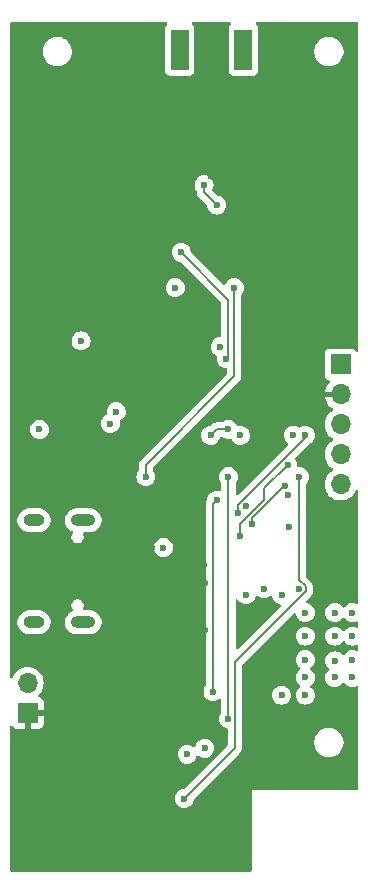
<source format=gbl>
G04 #@! TF.GenerationSoftware,KiCad,Pcbnew,8.0.1*
G04 #@! TF.CreationDate,2025-06-08T13:02:34-04:00*
G04 #@! TF.ProjectId,Topaz,546f7061-7a2e-46b6-9963-61645f706362,rev?*
G04 #@! TF.SameCoordinates,Original*
G04 #@! TF.FileFunction,Copper,L4,Bot*
G04 #@! TF.FilePolarity,Positive*
%FSLAX46Y46*%
G04 Gerber Fmt 4.6, Leading zero omitted, Abs format (unit mm)*
G04 Created by KiCad (PCBNEW 8.0.1) date 2025-06-08 13:02:34*
%MOMM*%
%LPD*%
G01*
G04 APERTURE LIST*
G04 #@! TA.AperFunction,SMDPad,CuDef*
%ADD10R,1.500000X3.500000*%
G04 #@! TD*
G04 #@! TA.AperFunction,ComponentPad*
%ADD11O,1.700000X1.700000*%
G04 #@! TD*
G04 #@! TA.AperFunction,ComponentPad*
%ADD12R,1.700000X1.700000*%
G04 #@! TD*
G04 #@! TA.AperFunction,ComponentPad*
%ADD13O,2.100000X1.000000*%
G04 #@! TD*
G04 #@! TA.AperFunction,ComponentPad*
%ADD14O,1.800000X1.000000*%
G04 #@! TD*
G04 #@! TA.AperFunction,ViaPad*
%ADD15C,0.600000*%
G04 #@! TD*
G04 #@! TA.AperFunction,Conductor*
%ADD16C,0.200000*%
G04 #@! TD*
G04 APERTURE END LIST*
D10*
X174266373Y-38837975D03*
X168866373Y-38837975D03*
D11*
X182500000Y-75660000D03*
X182500000Y-73120000D03*
X182500000Y-70580000D03*
X182500000Y-68040000D03*
D12*
X182500000Y-65500000D03*
D13*
X160713452Y-78679646D03*
D14*
X156533452Y-78679646D03*
D13*
X160713452Y-87319646D03*
D14*
X156533452Y-87319646D03*
D12*
X156000000Y-95000000D03*
D11*
X156000000Y-92460000D03*
D15*
X165500000Y-79000000D03*
X165500000Y-77500000D03*
X164000000Y-76500000D03*
X162000000Y-75000000D03*
X160500000Y-73500000D03*
X159500000Y-72500000D03*
X168000000Y-82500000D03*
X167000000Y-84000000D03*
X165500000Y-84000000D03*
X168500000Y-86500000D03*
X169000000Y-87500000D03*
X174000000Y-88000000D03*
X160000000Y-98500000D03*
X165000000Y-103500000D03*
X161500000Y-101000000D03*
X163000000Y-107000000D03*
X161500000Y-106500000D03*
X160500000Y-105500000D03*
X164000000Y-101500000D03*
X170500000Y-95500000D03*
X174500000Y-95000000D03*
X174500000Y-97500000D03*
X163000000Y-62500000D03*
X163500000Y-61000000D03*
X164500000Y-59500000D03*
X166000000Y-58500000D03*
X183500000Y-94500000D03*
X181500000Y-94500000D03*
X175000000Y-93500000D03*
X169500000Y-94000000D03*
X166507222Y-93996773D03*
X164132327Y-93996773D03*
X161500000Y-94000000D03*
X167500000Y-91000000D03*
X166072790Y-91042636D03*
X164000000Y-91000000D03*
X162061535Y-91201928D03*
X160000000Y-90000000D03*
X158500000Y-90000000D03*
X157500000Y-90000000D03*
X174500000Y-101000000D03*
X174000000Y-103500000D03*
X156000000Y-106000000D03*
X156000000Y-103500000D03*
X182500000Y-78500000D03*
X173500000Y-56500000D03*
X174500000Y-53000000D03*
X170000000Y-46000000D03*
X173000000Y-45500000D03*
X174500000Y-45000000D03*
X170000000Y-43000000D03*
X173000000Y-44500000D03*
X173000000Y-43000000D03*
X169500000Y-51000000D03*
X174500000Y-56500000D03*
X174000000Y-55000000D03*
X174000000Y-51500000D03*
X165000000Y-70000000D03*
X165000000Y-68500000D03*
X165000000Y-71500000D03*
X165000000Y-73000000D03*
X165000000Y-67000000D03*
X158500000Y-76500000D03*
X157000000Y-76500000D03*
X160000000Y-76500000D03*
X161500000Y-76500000D03*
X155500000Y-76500000D03*
X162500000Y-96500000D03*
X161000000Y-96500000D03*
X164000000Y-96500000D03*
X165500000Y-96500000D03*
X159500000Y-96500000D03*
X179500000Y-100500000D03*
X178000000Y-100500000D03*
X181000000Y-100500000D03*
X182500000Y-100500000D03*
X176500000Y-100500000D03*
X163500000Y-52500000D03*
X163500000Y-51000000D03*
X163500000Y-54000000D03*
X163500000Y-55500000D03*
X163500000Y-49500000D03*
X163500000Y-42500000D03*
X163500000Y-41000000D03*
X163500000Y-44000000D03*
X163500000Y-45500000D03*
X163500000Y-39500000D03*
X177500000Y-43000000D03*
X177500000Y-41500000D03*
X177500000Y-44500000D03*
X177500000Y-46000000D03*
X177500000Y-40000000D03*
X178500000Y-62000000D03*
X178500000Y-60500000D03*
X178500000Y-63500000D03*
X178500000Y-65000000D03*
X178500000Y-59000000D03*
X177500000Y-53500000D03*
X177500000Y-52000000D03*
X177500000Y-55000000D03*
X177500000Y-56500000D03*
X177500000Y-50500000D03*
X167500000Y-51000000D03*
X167500000Y-49500000D03*
X167500000Y-52500000D03*
X167500000Y-54000000D03*
X167500000Y-48000000D03*
X155500000Y-61000000D03*
X155500000Y-59500000D03*
X155500000Y-62500000D03*
X155500000Y-64000000D03*
X155500000Y-58000000D03*
X155500000Y-53000000D03*
X155500000Y-51500000D03*
X155500000Y-54500000D03*
X155500000Y-56000000D03*
X155500000Y-50000000D03*
X155500000Y-45000000D03*
X155500000Y-43500000D03*
X155500000Y-46500000D03*
X155500000Y-48000000D03*
X155500000Y-42000000D03*
X182500000Y-60000000D03*
X182500000Y-58500000D03*
X182500000Y-61500000D03*
X182500000Y-63000000D03*
X182500000Y-57000000D03*
X182500000Y-53000000D03*
X182500000Y-51500000D03*
X182500000Y-54500000D03*
X182500000Y-56000000D03*
X182500000Y-50000000D03*
X182500000Y-48500000D03*
X182500000Y-47000000D03*
X182500000Y-45500000D03*
X182500000Y-44000000D03*
X182500000Y-42500000D03*
X164000000Y-83500000D03*
X164500000Y-90000000D03*
X163000000Y-86500000D03*
X174000000Y-106000000D03*
X171500000Y-106000000D03*
X169500000Y-98500000D03*
X171000000Y-98000000D03*
X171000000Y-102000000D03*
X169250000Y-102250000D03*
X179000000Y-75000000D03*
X173000000Y-75000000D03*
X173000000Y-95500000D03*
X172000000Y-77000000D03*
X171693480Y-93193480D03*
X156500000Y-100500000D03*
X156000000Y-99000000D03*
X159000000Y-94500000D03*
X183500000Y-88500000D03*
X178500000Y-71500000D03*
X172312500Y-64000000D03*
X179000000Y-84500000D03*
X179500000Y-92000000D03*
X177500000Y-93500000D03*
X157000000Y-71000000D03*
X179500000Y-93500000D03*
X177500000Y-85000000D03*
X178068202Y-76541970D03*
X183500000Y-86500000D03*
X179500000Y-86500000D03*
X179500000Y-90500000D03*
X178089579Y-79265980D03*
X182000000Y-86500000D03*
X174003643Y-71503643D03*
X183500000Y-90500000D03*
X167500000Y-81000000D03*
X176000000Y-84500000D03*
X182000000Y-88500000D03*
X163000000Y-70500000D03*
X181988821Y-90597449D03*
X179500000Y-88500000D03*
X174500000Y-85000000D03*
X182000000Y-92000000D03*
X183500000Y-92000000D03*
X163500000Y-69500000D03*
X168500000Y-59000000D03*
X160520000Y-63500000D03*
X169500000Y-52500000D03*
X159500000Y-62000000D03*
X171000000Y-88000000D03*
X169500000Y-42000000D03*
X180500000Y-79500000D03*
X175000000Y-87000000D03*
X168000000Y-57000000D03*
X174500000Y-77500000D03*
X180000000Y-77500000D03*
X182000000Y-81500000D03*
X166500000Y-81000000D03*
X169500000Y-45000000D03*
X169500000Y-53500000D03*
X165000000Y-65500000D03*
X174000000Y-86000000D03*
X169000000Y-46500000D03*
X173500000Y-53500000D03*
X173000000Y-58000000D03*
X174500000Y-46500000D03*
X170500000Y-67000000D03*
X168000000Y-42000000D03*
X175000000Y-42000000D03*
X162500000Y-64500000D03*
X168500000Y-63000000D03*
X167000000Y-61500000D03*
X171500000Y-49500000D03*
X173672873Y-69940718D03*
X166500000Y-60000000D03*
X180000000Y-81500000D03*
X162000000Y-67000000D03*
X163000000Y-68500000D03*
X171000000Y-84000000D03*
X163750000Y-79250000D03*
X168000000Y-58000000D03*
X168500000Y-67000000D03*
X170894400Y-82514873D03*
X164500000Y-89000000D03*
X172000000Y-52000000D03*
X170932096Y-50276849D03*
X177755054Y-75755054D03*
X175000000Y-79000000D03*
X173815127Y-78064625D03*
X179500000Y-71500000D03*
X178000000Y-74000000D03*
X174000000Y-80000000D03*
X172812500Y-65009469D03*
X169000000Y-56000000D03*
X171500000Y-71500000D03*
X173000000Y-71000000D03*
X173500000Y-59000000D03*
X166000000Y-75000000D03*
D16*
X173815127Y-77391980D02*
X179500000Y-71707107D01*
X173815127Y-78064625D02*
X173815127Y-77391980D01*
X179500000Y-71707107D02*
X179500000Y-71500000D01*
X171693480Y-77306520D02*
X171693480Y-93193480D01*
X172000000Y-77000000D02*
X171693480Y-77306520D01*
X179527000Y-84281709D02*
X179000000Y-83754709D01*
X173527000Y-97973000D02*
X173527000Y-90718291D01*
X169250000Y-102250000D02*
X173527000Y-97973000D01*
X179000000Y-83754709D02*
X179000000Y-75000000D01*
X173527000Y-90718291D02*
X179527000Y-84718291D01*
X179527000Y-84718291D02*
X179527000Y-84281709D01*
X173000000Y-95500000D02*
X173000000Y-75000000D01*
X175000000Y-78500000D02*
X175000000Y-79000000D01*
X177744946Y-75755054D02*
X175000000Y-78500000D01*
X177755054Y-75755054D02*
X177744946Y-75755054D01*
X170932096Y-50932096D02*
X170932096Y-50276849D01*
X172000000Y-52000000D02*
X170932096Y-50932096D01*
X176000000Y-76000000D02*
X176000000Y-77001716D01*
X178000000Y-74000000D02*
X176000000Y-76000000D01*
X175352696Y-77647304D02*
X174000000Y-79000000D01*
X176000000Y-77001716D02*
X175354412Y-77647304D01*
X174000000Y-79000000D02*
X174000000Y-80000000D01*
X175354412Y-77647304D02*
X175352696Y-77647304D01*
X172812500Y-65009469D02*
X173000000Y-64821969D01*
X173000000Y-64821969D02*
X173000000Y-60000000D01*
X173000000Y-60000000D02*
X169000000Y-56000000D01*
X173000000Y-71000000D02*
X172000000Y-71000000D01*
X172000000Y-71000000D02*
X171500000Y-71500000D01*
X166000000Y-74000000D02*
X166000000Y-75000000D01*
X173500000Y-66500000D02*
X166000000Y-74000000D01*
X173500000Y-59000000D02*
X173500000Y-66500000D01*
G04 #@! TA.AperFunction,Conductor*
G36*
X175449466Y-85096678D02*
G01*
X175492667Y-85124745D01*
X175497738Y-85129816D01*
X175650478Y-85225789D01*
X175820745Y-85285368D01*
X175820750Y-85285369D01*
X175999996Y-85305565D01*
X176000000Y-85305565D01*
X176000004Y-85305565D01*
X176179249Y-85285369D01*
X176179252Y-85285368D01*
X176179255Y-85285368D01*
X176349522Y-85225789D01*
X176502262Y-85129816D01*
X176507331Y-85124746D01*
X176568649Y-85091261D01*
X176638341Y-85096242D01*
X176694276Y-85138111D01*
X176710573Y-85173297D01*
X176712332Y-85172682D01*
X176774211Y-85349523D01*
X176870173Y-85502245D01*
X176870184Y-85502262D01*
X176997738Y-85629816D01*
X177032929Y-85651928D01*
X177132721Y-85714632D01*
X177150478Y-85725789D01*
X177320745Y-85785368D01*
X177325451Y-85785898D01*
X177389866Y-85812962D01*
X177429424Y-85870555D01*
X177431565Y-85940392D01*
X177399254Y-85996800D01*
X173812181Y-89583874D01*
X173750858Y-89617359D01*
X173681166Y-89612375D01*
X173625233Y-89570503D01*
X173600816Y-89505039D01*
X173600500Y-89496193D01*
X173600500Y-85503476D01*
X173620185Y-85436437D01*
X173672989Y-85390682D01*
X173742147Y-85380738D01*
X173805703Y-85409763D01*
X173829493Y-85437503D01*
X173870184Y-85502262D01*
X173997738Y-85629816D01*
X174032929Y-85651928D01*
X174132721Y-85714632D01*
X174150478Y-85725789D01*
X174320742Y-85785367D01*
X174320745Y-85785368D01*
X174320750Y-85785369D01*
X174499996Y-85805565D01*
X174500000Y-85805565D01*
X174500004Y-85805565D01*
X174679249Y-85785369D01*
X174679252Y-85785368D01*
X174679255Y-85785368D01*
X174849522Y-85725789D01*
X175002262Y-85629816D01*
X175129816Y-85502262D01*
X175225789Y-85349522D01*
X175285368Y-85179255D01*
X175285368Y-85179254D01*
X175287668Y-85172682D01*
X175290370Y-85173627D01*
X175318176Y-85123882D01*
X175379827Y-85091005D01*
X175449466Y-85096678D01*
G37*
G04 #@! TD.AperFunction*
G04 #@! TA.AperFunction,Conductor*
G36*
X167760455Y-36520185D02*
G01*
X167806210Y-36572989D01*
X167816154Y-36642147D01*
X167787129Y-36705703D01*
X167767728Y-36723766D01*
X167758825Y-36730430D01*
X167672579Y-36845639D01*
X167672575Y-36845646D01*
X167622281Y-36980492D01*
X167615874Y-37040091D01*
X167615874Y-37040098D01*
X167615873Y-37040110D01*
X167615873Y-40635845D01*
X167615874Y-40635851D01*
X167622281Y-40695458D01*
X167672575Y-40830303D01*
X167672579Y-40830310D01*
X167758825Y-40945519D01*
X167758828Y-40945522D01*
X167874037Y-41031768D01*
X167874044Y-41031772D01*
X168008890Y-41082066D01*
X168008889Y-41082066D01*
X168015817Y-41082810D01*
X168068500Y-41088475D01*
X169664245Y-41088474D01*
X169723856Y-41082066D01*
X169858704Y-41031771D01*
X169973919Y-40945521D01*
X170060169Y-40830306D01*
X170110464Y-40695458D01*
X170116873Y-40635848D01*
X170116872Y-37040103D01*
X170110464Y-36980492D01*
X170060169Y-36845644D01*
X170060168Y-36845643D01*
X170060166Y-36845639D01*
X169973920Y-36730430D01*
X169965018Y-36723766D01*
X169923148Y-36667832D01*
X169918164Y-36598140D01*
X169951650Y-36536818D01*
X170012973Y-36503333D01*
X170039330Y-36500500D01*
X173093416Y-36500500D01*
X173160455Y-36520185D01*
X173206210Y-36572989D01*
X173216154Y-36642147D01*
X173187129Y-36705703D01*
X173167728Y-36723766D01*
X173158825Y-36730430D01*
X173072579Y-36845639D01*
X173072575Y-36845646D01*
X173022281Y-36980492D01*
X173015874Y-37040091D01*
X173015874Y-37040098D01*
X173015873Y-37040110D01*
X173015873Y-40635845D01*
X173015874Y-40635851D01*
X173022281Y-40695458D01*
X173072575Y-40830303D01*
X173072579Y-40830310D01*
X173158825Y-40945519D01*
X173158828Y-40945522D01*
X173274037Y-41031768D01*
X173274044Y-41031772D01*
X173408890Y-41082066D01*
X173408889Y-41082066D01*
X173415817Y-41082810D01*
X173468500Y-41088475D01*
X175064245Y-41088474D01*
X175123856Y-41082066D01*
X175258704Y-41031771D01*
X175373919Y-40945521D01*
X175460169Y-40830306D01*
X175510464Y-40695458D01*
X175516873Y-40635848D01*
X175516873Y-39097634D01*
X180259500Y-39097634D01*
X180290045Y-39290485D01*
X180350381Y-39476184D01*
X180350382Y-39476187D01*
X180439031Y-39650167D01*
X180553793Y-39808125D01*
X180553797Y-39808130D01*
X180691869Y-39946202D01*
X180691874Y-39946206D01*
X180829653Y-40046307D01*
X180849836Y-40060971D01*
X180963565Y-40118919D01*
X181023812Y-40149617D01*
X181023815Y-40149618D01*
X181116664Y-40179786D01*
X181209516Y-40209955D01*
X181298835Y-40224101D01*
X181402366Y-40240500D01*
X181402371Y-40240500D01*
X181597634Y-40240500D01*
X181691125Y-40225691D01*
X181790484Y-40209955D01*
X181976187Y-40149617D01*
X182150164Y-40060971D01*
X182308132Y-39946201D01*
X182446201Y-39808132D01*
X182560971Y-39650164D01*
X182649617Y-39476187D01*
X182709955Y-39290484D01*
X182725691Y-39191125D01*
X182740500Y-39097634D01*
X182740500Y-38902365D01*
X182722730Y-38790174D01*
X182709955Y-38709516D01*
X182649617Y-38523813D01*
X182649617Y-38523812D01*
X182618919Y-38463565D01*
X182560971Y-38349836D01*
X182546307Y-38329653D01*
X182446206Y-38191874D01*
X182446202Y-38191869D01*
X182308130Y-38053797D01*
X182308125Y-38053793D01*
X182150167Y-37939031D01*
X182150166Y-37939030D01*
X182150164Y-37939029D01*
X182094426Y-37910629D01*
X181976187Y-37850382D01*
X181976184Y-37850381D01*
X181790485Y-37790045D01*
X181597634Y-37759500D01*
X181597629Y-37759500D01*
X181402371Y-37759500D01*
X181402366Y-37759500D01*
X181209514Y-37790045D01*
X181023815Y-37850381D01*
X181023812Y-37850382D01*
X180849832Y-37939031D01*
X180691874Y-38053793D01*
X180691869Y-38053797D01*
X180553797Y-38191869D01*
X180553793Y-38191874D01*
X180439031Y-38349832D01*
X180350382Y-38523812D01*
X180350381Y-38523815D01*
X180290045Y-38709514D01*
X180259500Y-38902365D01*
X180259500Y-39097634D01*
X175516873Y-39097634D01*
X175516872Y-37040103D01*
X175510464Y-36980492D01*
X175460169Y-36845644D01*
X175460168Y-36845643D01*
X175460166Y-36845639D01*
X175373920Y-36730430D01*
X175365018Y-36723766D01*
X175323148Y-36667832D01*
X175318164Y-36598140D01*
X175351650Y-36536818D01*
X175412973Y-36503333D01*
X175439330Y-36500500D01*
X183875500Y-36500500D01*
X183942539Y-36520185D01*
X183988294Y-36572989D01*
X183999500Y-36624500D01*
X183999500Y-64309897D01*
X183979815Y-64376936D01*
X183927011Y-64422691D01*
X183857853Y-64432635D01*
X183794297Y-64403610D01*
X183776234Y-64384208D01*
X183707547Y-64292455D01*
X183707544Y-64292452D01*
X183592335Y-64206206D01*
X183592328Y-64206202D01*
X183457482Y-64155908D01*
X183457483Y-64155908D01*
X183397883Y-64149501D01*
X183397881Y-64149500D01*
X183397873Y-64149500D01*
X183397864Y-64149500D01*
X181602129Y-64149500D01*
X181602123Y-64149501D01*
X181542516Y-64155908D01*
X181407671Y-64206202D01*
X181407664Y-64206206D01*
X181292455Y-64292452D01*
X181292452Y-64292455D01*
X181206206Y-64407664D01*
X181206202Y-64407671D01*
X181155908Y-64542517D01*
X181149501Y-64602116D01*
X181149500Y-64602135D01*
X181149500Y-66397870D01*
X181149501Y-66397876D01*
X181155908Y-66457483D01*
X181206202Y-66592328D01*
X181206206Y-66592335D01*
X181292452Y-66707544D01*
X181292455Y-66707547D01*
X181407664Y-66793793D01*
X181407671Y-66793797D01*
X181407674Y-66793798D01*
X181539598Y-66843002D01*
X181595531Y-66884873D01*
X181619949Y-66950337D01*
X181605098Y-67018610D01*
X181583947Y-67046865D01*
X181461886Y-67168926D01*
X181326400Y-67362420D01*
X181326399Y-67362422D01*
X181226570Y-67576507D01*
X181226567Y-67576513D01*
X181169364Y-67789999D01*
X181169364Y-67790000D01*
X182066988Y-67790000D01*
X182034075Y-67847007D01*
X182000000Y-67974174D01*
X182000000Y-68105826D01*
X182034075Y-68232993D01*
X182066988Y-68290000D01*
X181169364Y-68290000D01*
X181226567Y-68503486D01*
X181226570Y-68503492D01*
X181326399Y-68717578D01*
X181461894Y-68911082D01*
X181628917Y-69078105D01*
X181814595Y-69208119D01*
X181858219Y-69262696D01*
X181865412Y-69332195D01*
X181833890Y-69394549D01*
X181814595Y-69411269D01*
X181628594Y-69541508D01*
X181461505Y-69708597D01*
X181325965Y-69902169D01*
X181325964Y-69902171D01*
X181226098Y-70116335D01*
X181226094Y-70116344D01*
X181164938Y-70344586D01*
X181164936Y-70344596D01*
X181144341Y-70579999D01*
X181144341Y-70580000D01*
X181164936Y-70815403D01*
X181164938Y-70815413D01*
X181226094Y-71043655D01*
X181226096Y-71043659D01*
X181226097Y-71043663D01*
X181266271Y-71129816D01*
X181325965Y-71257830D01*
X181325967Y-71257834D01*
X181461501Y-71451395D01*
X181461506Y-71451402D01*
X181628597Y-71618493D01*
X181628603Y-71618498D01*
X181814158Y-71748425D01*
X181857783Y-71803002D01*
X181864977Y-71872500D01*
X181833454Y-71934855D01*
X181814158Y-71951575D01*
X181628597Y-72081505D01*
X181461505Y-72248597D01*
X181325965Y-72442169D01*
X181325964Y-72442171D01*
X181226098Y-72656335D01*
X181226094Y-72656344D01*
X181164938Y-72884586D01*
X181164936Y-72884596D01*
X181144341Y-73119999D01*
X181144341Y-73120000D01*
X181164936Y-73355403D01*
X181164938Y-73355413D01*
X181226094Y-73583655D01*
X181226096Y-73583659D01*
X181226097Y-73583663D01*
X181312153Y-73768210D01*
X181325965Y-73797830D01*
X181325967Y-73797834D01*
X181461501Y-73991395D01*
X181461506Y-73991402D01*
X181628597Y-74158493D01*
X181628603Y-74158498D01*
X181814158Y-74288425D01*
X181857783Y-74343002D01*
X181864977Y-74412500D01*
X181833454Y-74474855D01*
X181814158Y-74491575D01*
X181628597Y-74621505D01*
X181461505Y-74788597D01*
X181325965Y-74982169D01*
X181325964Y-74982171D01*
X181226098Y-75196335D01*
X181226094Y-75196344D01*
X181164938Y-75424586D01*
X181164936Y-75424596D01*
X181144341Y-75659999D01*
X181144341Y-75660000D01*
X181164936Y-75895403D01*
X181164938Y-75895413D01*
X181226094Y-76123655D01*
X181226096Y-76123659D01*
X181226097Y-76123663D01*
X181268517Y-76214632D01*
X181325965Y-76337830D01*
X181325967Y-76337834D01*
X181410115Y-76458009D01*
X181461505Y-76531401D01*
X181628599Y-76698495D01*
X181706413Y-76752981D01*
X181822165Y-76834032D01*
X181822167Y-76834033D01*
X181822170Y-76834035D01*
X182036337Y-76933903D01*
X182036343Y-76933904D01*
X182036344Y-76933905D01*
X182091285Y-76948626D01*
X182264592Y-76995063D01*
X182452918Y-77011539D01*
X182499999Y-77015659D01*
X182500000Y-77015659D01*
X182500001Y-77015659D01*
X182539234Y-77012226D01*
X182735408Y-76995063D01*
X182963663Y-76933903D01*
X183177830Y-76834035D01*
X183371401Y-76698495D01*
X183538495Y-76531401D01*
X183674035Y-76337830D01*
X183763118Y-76146790D01*
X183809290Y-76094352D01*
X183876484Y-76075200D01*
X183943365Y-76095416D01*
X183988700Y-76148581D01*
X183999500Y-76199196D01*
X183999500Y-85651928D01*
X183979815Y-85718967D01*
X183927011Y-85764722D01*
X183857853Y-85774666D01*
X183834546Y-85768970D01*
X183679257Y-85714632D01*
X183679249Y-85714630D01*
X183500004Y-85694435D01*
X183499996Y-85694435D01*
X183320750Y-85714630D01*
X183320745Y-85714631D01*
X183150476Y-85774211D01*
X182997737Y-85870184D01*
X182870184Y-85997737D01*
X182854994Y-86021913D01*
X182802659Y-86068204D01*
X182733605Y-86078852D01*
X182669757Y-86050477D01*
X182645006Y-86021913D01*
X182629815Y-85997737D01*
X182502262Y-85870184D01*
X182349523Y-85774211D01*
X182179254Y-85714631D01*
X182179249Y-85714630D01*
X182000004Y-85694435D01*
X181999996Y-85694435D01*
X181820750Y-85714630D01*
X181820745Y-85714631D01*
X181650476Y-85774211D01*
X181497737Y-85870184D01*
X181370184Y-85997737D01*
X181274211Y-86150476D01*
X181214631Y-86320745D01*
X181214630Y-86320750D01*
X181194435Y-86499996D01*
X181194435Y-86500003D01*
X181214630Y-86679249D01*
X181214631Y-86679254D01*
X181274211Y-86849523D01*
X181354994Y-86978087D01*
X181370184Y-87002262D01*
X181497738Y-87129816D01*
X181588080Y-87186582D01*
X181643018Y-87221102D01*
X181650478Y-87225789D01*
X181820739Y-87285366D01*
X181820745Y-87285368D01*
X181820750Y-87285369D01*
X181999996Y-87305565D01*
X182000000Y-87305565D01*
X182000004Y-87305565D01*
X182179249Y-87285369D01*
X182179252Y-87285368D01*
X182179255Y-87285368D01*
X182349522Y-87225789D01*
X182502262Y-87129816D01*
X182629816Y-87002262D01*
X182645007Y-86978084D01*
X182697339Y-86931796D01*
X182766393Y-86921146D01*
X182830242Y-86949521D01*
X182854990Y-86978082D01*
X182870184Y-87002262D01*
X182997738Y-87129816D01*
X183088080Y-87186582D01*
X183143018Y-87221102D01*
X183150478Y-87225789D01*
X183320739Y-87285366D01*
X183320745Y-87285368D01*
X183320750Y-87285369D01*
X183499996Y-87305565D01*
X183500000Y-87305565D01*
X183500004Y-87305565D01*
X183679249Y-87285369D01*
X183679251Y-87285368D01*
X183679255Y-87285368D01*
X183679258Y-87285366D01*
X183679262Y-87285366D01*
X183834545Y-87231030D01*
X183904324Y-87227468D01*
X183964951Y-87262196D01*
X183997179Y-87324190D01*
X183999500Y-87348071D01*
X183999500Y-87651928D01*
X183979815Y-87718967D01*
X183927011Y-87764722D01*
X183857853Y-87774666D01*
X183834546Y-87768970D01*
X183679257Y-87714632D01*
X183679249Y-87714630D01*
X183500004Y-87694435D01*
X183499996Y-87694435D01*
X183320750Y-87714630D01*
X183320745Y-87714631D01*
X183150476Y-87774211D01*
X182997737Y-87870184D01*
X182870184Y-87997737D01*
X182854994Y-88021913D01*
X182802659Y-88068204D01*
X182733605Y-88078852D01*
X182669757Y-88050477D01*
X182645006Y-88021913D01*
X182629815Y-87997737D01*
X182502262Y-87870184D01*
X182349523Y-87774211D01*
X182179254Y-87714631D01*
X182179249Y-87714630D01*
X182000004Y-87694435D01*
X181999996Y-87694435D01*
X181820750Y-87714630D01*
X181820745Y-87714631D01*
X181650476Y-87774211D01*
X181497737Y-87870184D01*
X181370184Y-87997737D01*
X181274211Y-88150476D01*
X181214631Y-88320747D01*
X181194435Y-88499996D01*
X181194435Y-88500003D01*
X181214630Y-88679249D01*
X181214631Y-88679254D01*
X181274211Y-88849523D01*
X181354994Y-88978087D01*
X181370184Y-89002262D01*
X181497738Y-89129816D01*
X181650478Y-89225789D01*
X181820739Y-89285366D01*
X181820745Y-89285368D01*
X181820750Y-89285369D01*
X181999996Y-89305565D01*
X182000000Y-89305565D01*
X182000004Y-89305565D01*
X182179249Y-89285369D01*
X182179252Y-89285368D01*
X182179255Y-89285368D01*
X182349522Y-89225789D01*
X182502262Y-89129816D01*
X182629816Y-89002262D01*
X182645007Y-88978084D01*
X182697339Y-88931796D01*
X182766393Y-88921146D01*
X182830242Y-88949521D01*
X182854990Y-88978082D01*
X182870184Y-89002262D01*
X182997738Y-89129816D01*
X183150478Y-89225789D01*
X183320739Y-89285366D01*
X183320745Y-89285368D01*
X183320750Y-89285369D01*
X183499996Y-89305565D01*
X183500000Y-89305565D01*
X183500004Y-89305565D01*
X183679249Y-89285369D01*
X183679251Y-89285368D01*
X183679255Y-89285368D01*
X183679258Y-89285366D01*
X183679262Y-89285366D01*
X183834545Y-89231030D01*
X183904324Y-89227468D01*
X183964951Y-89262196D01*
X183997179Y-89324190D01*
X183999500Y-89348071D01*
X183999500Y-89651928D01*
X183979815Y-89718967D01*
X183927011Y-89764722D01*
X183857853Y-89774666D01*
X183834546Y-89768970D01*
X183679257Y-89714632D01*
X183679249Y-89714630D01*
X183500004Y-89694435D01*
X183499996Y-89694435D01*
X183320750Y-89714630D01*
X183320745Y-89714631D01*
X183150476Y-89774211D01*
X182997737Y-89870184D01*
X182870184Y-89997737D01*
X182870182Y-89997740D01*
X182818060Y-90080691D01*
X182765725Y-90126982D01*
X182696672Y-90137629D01*
X182632824Y-90109254D01*
X182623761Y-90099910D01*
X182623561Y-90100111D01*
X182491083Y-89967633D01*
X182338344Y-89871660D01*
X182168075Y-89812080D01*
X182168070Y-89812079D01*
X181988825Y-89791884D01*
X181988817Y-89791884D01*
X181809571Y-89812079D01*
X181809566Y-89812080D01*
X181639297Y-89871660D01*
X181486558Y-89967633D01*
X181359005Y-90095186D01*
X181263032Y-90247925D01*
X181203452Y-90418194D01*
X181203451Y-90418199D01*
X181183256Y-90597445D01*
X181183256Y-90597452D01*
X181203451Y-90776698D01*
X181203452Y-90776703D01*
X181263032Y-90946972D01*
X181359005Y-91099711D01*
X181475927Y-91216633D01*
X181509412Y-91277956D01*
X181504428Y-91347648D01*
X181475927Y-91391995D01*
X181370184Y-91497737D01*
X181274211Y-91650476D01*
X181214631Y-91820745D01*
X181214630Y-91820750D01*
X181194435Y-91999996D01*
X181194435Y-92000003D01*
X181214630Y-92179249D01*
X181214631Y-92179254D01*
X181274211Y-92349523D01*
X181343628Y-92459999D01*
X181370184Y-92502262D01*
X181497738Y-92629816D01*
X181521913Y-92645006D01*
X181632721Y-92714632D01*
X181650478Y-92725789D01*
X181788860Y-92774211D01*
X181820745Y-92785368D01*
X181820750Y-92785369D01*
X181999996Y-92805565D01*
X182000000Y-92805565D01*
X182000004Y-92805565D01*
X182179249Y-92785369D01*
X182179252Y-92785368D01*
X182179255Y-92785368D01*
X182349522Y-92725789D01*
X182502262Y-92629816D01*
X182629816Y-92502262D01*
X182645007Y-92478084D01*
X182697339Y-92431796D01*
X182766393Y-92421146D01*
X182830242Y-92449521D01*
X182854990Y-92478082D01*
X182870184Y-92502262D01*
X182997738Y-92629816D01*
X183021913Y-92645006D01*
X183132721Y-92714632D01*
X183150478Y-92725789D01*
X183288860Y-92774211D01*
X183320745Y-92785368D01*
X183320750Y-92785369D01*
X183499996Y-92805565D01*
X183500000Y-92805565D01*
X183500004Y-92805565D01*
X183679249Y-92785369D01*
X183679251Y-92785368D01*
X183679255Y-92785368D01*
X183679258Y-92785366D01*
X183679262Y-92785366D01*
X183834545Y-92731030D01*
X183904324Y-92727468D01*
X183964951Y-92762196D01*
X183997179Y-92824190D01*
X183999500Y-92848071D01*
X183999500Y-101376000D01*
X183979815Y-101443039D01*
X183927011Y-101488794D01*
X183875500Y-101500000D01*
X175000000Y-101500000D01*
X175000000Y-108304827D01*
X174980315Y-108371866D01*
X174927511Y-108417621D01*
X174876000Y-108428827D01*
X154624500Y-108428827D01*
X154557461Y-108409142D01*
X154511706Y-108356338D01*
X154500500Y-108304827D01*
X154500500Y-102250003D01*
X168444435Y-102250003D01*
X168464630Y-102429249D01*
X168464631Y-102429254D01*
X168524211Y-102599523D01*
X168620184Y-102752262D01*
X168747738Y-102879816D01*
X168900478Y-102975789D01*
X169070745Y-103035368D01*
X169070750Y-103035369D01*
X169249996Y-103055565D01*
X169250000Y-103055565D01*
X169250004Y-103055565D01*
X169429249Y-103035369D01*
X169429252Y-103035368D01*
X169429255Y-103035368D01*
X169599522Y-102975789D01*
X169752262Y-102879816D01*
X169879816Y-102752262D01*
X169975789Y-102599522D01*
X170035368Y-102429255D01*
X170045161Y-102342329D01*
X170072226Y-102277918D01*
X170080690Y-102268543D01*
X173885506Y-98463728D01*
X173885511Y-98463724D01*
X173895714Y-98453520D01*
X173895716Y-98453520D01*
X174007520Y-98341716D01*
X174086577Y-98204784D01*
X174127500Y-98052057D01*
X174127500Y-97597634D01*
X180259500Y-97597634D01*
X180290045Y-97790485D01*
X180350381Y-97976184D01*
X180350382Y-97976187D01*
X180439031Y-98150167D01*
X180553793Y-98308125D01*
X180553797Y-98308130D01*
X180691869Y-98446202D01*
X180691874Y-98446206D01*
X180829653Y-98546307D01*
X180849836Y-98560971D01*
X180919915Y-98596678D01*
X181023812Y-98649617D01*
X181023815Y-98649618D01*
X181094800Y-98672682D01*
X181209516Y-98709955D01*
X181298835Y-98724101D01*
X181402366Y-98740500D01*
X181402371Y-98740500D01*
X181597634Y-98740500D01*
X181691125Y-98725691D01*
X181790484Y-98709955D01*
X181976187Y-98649617D01*
X182150164Y-98560971D01*
X182308132Y-98446201D01*
X182446201Y-98308132D01*
X182560971Y-98150164D01*
X182649617Y-97976187D01*
X182709955Y-97790484D01*
X182732130Y-97650476D01*
X182740500Y-97597634D01*
X182740500Y-97402365D01*
X182722730Y-97290174D01*
X182709955Y-97209516D01*
X182649617Y-97023813D01*
X182649617Y-97023812D01*
X182618919Y-96963565D01*
X182560971Y-96849836D01*
X182546307Y-96829653D01*
X182446206Y-96691874D01*
X182446202Y-96691869D01*
X182308130Y-96553797D01*
X182308125Y-96553793D01*
X182150167Y-96439031D01*
X182150166Y-96439030D01*
X182150164Y-96439029D01*
X182089457Y-96408097D01*
X181976187Y-96350382D01*
X181976184Y-96350381D01*
X181790485Y-96290045D01*
X181597634Y-96259500D01*
X181597629Y-96259500D01*
X181402371Y-96259500D01*
X181402366Y-96259500D01*
X181209514Y-96290045D01*
X181023815Y-96350381D01*
X181023812Y-96350382D01*
X180849832Y-96439031D01*
X180691874Y-96553793D01*
X180691869Y-96553797D01*
X180553797Y-96691869D01*
X180553793Y-96691874D01*
X180439031Y-96849832D01*
X180350382Y-97023812D01*
X180350381Y-97023815D01*
X180290045Y-97209514D01*
X180259500Y-97402365D01*
X180259500Y-97597634D01*
X174127500Y-97597634D01*
X174127500Y-93500003D01*
X176694435Y-93500003D01*
X176714630Y-93679249D01*
X176714631Y-93679254D01*
X176774211Y-93849523D01*
X176817422Y-93918292D01*
X176870184Y-94002262D01*
X176997738Y-94129816D01*
X177150478Y-94225789D01*
X177320745Y-94285368D01*
X177320750Y-94285369D01*
X177499996Y-94305565D01*
X177500000Y-94305565D01*
X177500004Y-94305565D01*
X177679249Y-94285369D01*
X177679252Y-94285368D01*
X177679255Y-94285368D01*
X177849522Y-94225789D01*
X178002262Y-94129816D01*
X178129816Y-94002262D01*
X178225789Y-93849522D01*
X178285368Y-93679255D01*
X178287811Y-93657577D01*
X178305565Y-93500003D01*
X178694435Y-93500003D01*
X178714630Y-93679249D01*
X178714631Y-93679254D01*
X178774211Y-93849523D01*
X178817422Y-93918292D01*
X178870184Y-94002262D01*
X178997738Y-94129816D01*
X179150478Y-94225789D01*
X179320745Y-94285368D01*
X179320750Y-94285369D01*
X179499996Y-94305565D01*
X179500000Y-94305565D01*
X179500004Y-94305565D01*
X179679249Y-94285369D01*
X179679252Y-94285368D01*
X179679255Y-94285368D01*
X179849522Y-94225789D01*
X180002262Y-94129816D01*
X180129816Y-94002262D01*
X180225789Y-93849522D01*
X180285368Y-93679255D01*
X180287811Y-93657577D01*
X180305565Y-93500003D01*
X180305565Y-93499996D01*
X180285369Y-93320750D01*
X180285368Y-93320745D01*
X180240836Y-93193480D01*
X180225789Y-93150478D01*
X180129816Y-92997738D01*
X180002262Y-92870184D01*
X179978084Y-92854992D01*
X179931796Y-92802661D01*
X179921146Y-92733607D01*
X179949521Y-92669758D01*
X179978082Y-92645009D01*
X180002262Y-92629816D01*
X180129816Y-92502262D01*
X180225789Y-92349522D01*
X180285368Y-92179255D01*
X180285369Y-92179249D01*
X180305565Y-92000003D01*
X180305565Y-91999996D01*
X180285369Y-91820750D01*
X180285368Y-91820745D01*
X180225788Y-91650476D01*
X180129815Y-91497737D01*
X180002264Y-91370186D01*
X180002262Y-91370184D01*
X179978084Y-91354992D01*
X179931796Y-91302661D01*
X179921146Y-91233607D01*
X179949521Y-91169758D01*
X179978082Y-91145009D01*
X180002262Y-91129816D01*
X180129816Y-91002262D01*
X180225789Y-90849522D01*
X180285368Y-90679255D01*
X180294585Y-90597452D01*
X180305565Y-90500003D01*
X180305565Y-90499996D01*
X180285369Y-90320750D01*
X180285368Y-90320745D01*
X180225788Y-90150476D01*
X180129815Y-89997737D01*
X180002262Y-89870184D01*
X179849523Y-89774211D01*
X179679254Y-89714631D01*
X179679249Y-89714630D01*
X179500004Y-89694435D01*
X179499996Y-89694435D01*
X179320750Y-89714630D01*
X179320745Y-89714631D01*
X179150476Y-89774211D01*
X178997737Y-89870184D01*
X178870184Y-89997737D01*
X178774211Y-90150476D01*
X178714631Y-90320745D01*
X178714630Y-90320750D01*
X178694435Y-90499996D01*
X178694435Y-90500003D01*
X178714630Y-90679249D01*
X178714631Y-90679254D01*
X178774211Y-90849523D01*
X178848044Y-90967026D01*
X178870184Y-91002262D01*
X178997738Y-91129816D01*
X179021911Y-91145005D01*
X179021913Y-91145006D01*
X179068204Y-91197341D01*
X179078852Y-91266395D01*
X179050477Y-91330243D01*
X179021913Y-91354994D01*
X178997737Y-91370184D01*
X178870184Y-91497737D01*
X178774211Y-91650476D01*
X178714631Y-91820745D01*
X178714630Y-91820750D01*
X178694435Y-91999996D01*
X178694435Y-92000003D01*
X178714630Y-92179249D01*
X178714631Y-92179254D01*
X178774211Y-92349523D01*
X178843628Y-92459999D01*
X178870184Y-92502262D01*
X178997738Y-92629816D01*
X179021911Y-92645005D01*
X179021913Y-92645006D01*
X179068204Y-92697341D01*
X179078852Y-92766395D01*
X179050477Y-92830243D01*
X179021913Y-92854994D01*
X178997737Y-92870184D01*
X178870184Y-92997737D01*
X178774211Y-93150476D01*
X178714631Y-93320745D01*
X178714630Y-93320750D01*
X178694435Y-93499996D01*
X178694435Y-93500003D01*
X178305565Y-93500003D01*
X178305565Y-93499996D01*
X178285369Y-93320750D01*
X178285368Y-93320745D01*
X178240836Y-93193480D01*
X178225789Y-93150478D01*
X178129816Y-92997738D01*
X178002262Y-92870184D01*
X177978087Y-92854994D01*
X177849523Y-92774211D01*
X177679254Y-92714631D01*
X177679249Y-92714630D01*
X177500004Y-92694435D01*
X177499996Y-92694435D01*
X177320750Y-92714630D01*
X177320745Y-92714631D01*
X177150476Y-92774211D01*
X176997737Y-92870184D01*
X176870184Y-92997737D01*
X176774211Y-93150476D01*
X176714631Y-93320745D01*
X176714630Y-93320750D01*
X176694435Y-93499996D01*
X176694435Y-93500003D01*
X174127500Y-93500003D01*
X174127500Y-91018387D01*
X174147185Y-90951348D01*
X174163814Y-90930711D01*
X176594521Y-88500003D01*
X178694435Y-88500003D01*
X178714630Y-88679249D01*
X178714631Y-88679254D01*
X178774211Y-88849523D01*
X178854994Y-88978087D01*
X178870184Y-89002262D01*
X178997738Y-89129816D01*
X179150478Y-89225789D01*
X179320739Y-89285366D01*
X179320745Y-89285368D01*
X179320750Y-89285369D01*
X179499996Y-89305565D01*
X179500000Y-89305565D01*
X179500004Y-89305565D01*
X179679249Y-89285369D01*
X179679252Y-89285368D01*
X179679255Y-89285368D01*
X179849522Y-89225789D01*
X180002262Y-89129816D01*
X180129816Y-89002262D01*
X180225789Y-88849522D01*
X180285368Y-88679255D01*
X180305565Y-88500000D01*
X180285368Y-88320745D01*
X180225789Y-88150478D01*
X180129816Y-87997738D01*
X180002262Y-87870184D01*
X179999499Y-87868448D01*
X179849523Y-87774211D01*
X179679254Y-87714631D01*
X179679249Y-87714630D01*
X179500004Y-87694435D01*
X179499996Y-87694435D01*
X179320750Y-87714630D01*
X179320745Y-87714631D01*
X179150476Y-87774211D01*
X178997737Y-87870184D01*
X178870184Y-87997737D01*
X178774211Y-88150476D01*
X178714631Y-88320747D01*
X178694435Y-88499996D01*
X178694435Y-88500003D01*
X176594521Y-88500003D01*
X178502247Y-86592277D01*
X178563568Y-86558794D01*
X178633260Y-86563778D01*
X178689193Y-86605650D01*
X178713146Y-86666073D01*
X178714631Y-86679251D01*
X178714631Y-86679254D01*
X178774211Y-86849523D01*
X178854994Y-86978087D01*
X178870184Y-87002262D01*
X178997738Y-87129816D01*
X179088080Y-87186582D01*
X179143018Y-87221102D01*
X179150478Y-87225789D01*
X179320739Y-87285366D01*
X179320745Y-87285368D01*
X179320750Y-87285369D01*
X179499996Y-87305565D01*
X179500000Y-87305565D01*
X179500004Y-87305565D01*
X179679249Y-87285369D01*
X179679252Y-87285368D01*
X179679255Y-87285368D01*
X179849522Y-87225789D01*
X180002262Y-87129816D01*
X180129816Y-87002262D01*
X180225789Y-86849522D01*
X180285368Y-86679255D01*
X180285368Y-86679252D01*
X180285369Y-86679249D01*
X180305565Y-86500003D01*
X180305565Y-86499996D01*
X180285369Y-86320750D01*
X180285368Y-86320745D01*
X180250000Y-86219669D01*
X180225789Y-86150478D01*
X180129816Y-85997738D01*
X180002262Y-85870184D01*
X179899422Y-85805565D01*
X179849523Y-85774211D01*
X179679253Y-85714631D01*
X179666073Y-85713146D01*
X179601660Y-85686078D01*
X179562106Y-85628482D01*
X179559970Y-85558645D01*
X179592277Y-85502247D01*
X179885506Y-85209019D01*
X179885511Y-85209015D01*
X179895714Y-85198811D01*
X179895716Y-85198811D01*
X180007520Y-85087007D01*
X180086577Y-84950075D01*
X180121231Y-84820745D01*
X180127500Y-84797349D01*
X180127500Y-84639234D01*
X180127500Y-84370769D01*
X180127501Y-84370756D01*
X180127501Y-84202653D01*
X180125299Y-84194435D01*
X180086577Y-84049925D01*
X180056446Y-83997736D01*
X180007524Y-83912999D01*
X180007518Y-83912991D01*
X179636819Y-83542292D01*
X179603334Y-83480969D01*
X179600500Y-83454611D01*
X179600500Y-75582412D01*
X179620185Y-75515373D01*
X179627555Y-75505097D01*
X179629810Y-75502267D01*
X179629816Y-75502262D01*
X179725789Y-75349522D01*
X179785368Y-75179255D01*
X179785369Y-75179249D01*
X179805565Y-75000003D01*
X179805565Y-74999996D01*
X179785369Y-74820750D01*
X179785368Y-74820745D01*
X179725788Y-74650476D01*
X179629815Y-74497737D01*
X179502262Y-74370184D01*
X179349523Y-74274211D01*
X179179254Y-74214631D01*
X179179249Y-74214630D01*
X179000004Y-74194435D01*
X178999996Y-74194435D01*
X178935388Y-74201714D01*
X178866566Y-74189659D01*
X178815187Y-74142310D01*
X178797563Y-74074699D01*
X178798285Y-74064610D01*
X178805565Y-74000002D01*
X178805565Y-73999996D01*
X178785369Y-73820750D01*
X178785368Y-73820745D01*
X178766985Y-73768209D01*
X178725789Y-73650478D01*
X178654946Y-73537733D01*
X178635947Y-73470498D01*
X178656315Y-73403662D01*
X178672255Y-73384086D01*
X179800330Y-72256010D01*
X179843335Y-72228991D01*
X179843248Y-72228810D01*
X179844857Y-72228034D01*
X179847062Y-72226649D01*
X179849522Y-72225789D01*
X180002262Y-72129816D01*
X180129816Y-72002262D01*
X180225789Y-71849522D01*
X180285368Y-71679255D01*
X180285369Y-71679249D01*
X180305565Y-71500003D01*
X180305565Y-71499996D01*
X180285369Y-71320750D01*
X180285368Y-71320745D01*
X180252141Y-71225788D01*
X180225789Y-71150478D01*
X180129816Y-70997738D01*
X180002262Y-70870184D01*
X179934027Y-70827309D01*
X179849523Y-70774211D01*
X179679254Y-70714631D01*
X179679249Y-70714630D01*
X179500004Y-70694435D01*
X179499996Y-70694435D01*
X179320750Y-70714630D01*
X179320737Y-70714633D01*
X179150479Y-70774209D01*
X179065971Y-70827309D01*
X178998734Y-70846309D01*
X178934029Y-70827309D01*
X178849520Y-70774209D01*
X178679262Y-70714633D01*
X178679249Y-70714630D01*
X178500004Y-70694435D01*
X178499996Y-70694435D01*
X178320750Y-70714630D01*
X178320745Y-70714631D01*
X178150476Y-70774211D01*
X177997737Y-70870184D01*
X177870184Y-70997737D01*
X177774211Y-71150476D01*
X177714631Y-71320745D01*
X177714630Y-71320750D01*
X177694435Y-71499996D01*
X177694435Y-71500003D01*
X177714630Y-71679249D01*
X177714631Y-71679254D01*
X177774211Y-71849523D01*
X177788649Y-71872500D01*
X177870184Y-72002262D01*
X177997738Y-72129816D01*
X178003536Y-72133459D01*
X178007523Y-72135964D01*
X178053814Y-72188299D01*
X178064462Y-72257352D01*
X178036087Y-72321201D01*
X178029232Y-72328639D01*
X173812181Y-76545690D01*
X173750858Y-76579175D01*
X173681166Y-76574191D01*
X173625233Y-76532319D01*
X173600816Y-76466855D01*
X173600500Y-76458009D01*
X173600500Y-75582412D01*
X173620185Y-75515373D01*
X173627555Y-75505097D01*
X173629810Y-75502267D01*
X173629816Y-75502262D01*
X173725789Y-75349522D01*
X173785368Y-75179255D01*
X173785369Y-75179249D01*
X173805565Y-75000003D01*
X173805565Y-74999996D01*
X173785369Y-74820750D01*
X173785368Y-74820745D01*
X173725788Y-74650476D01*
X173629815Y-74497737D01*
X173502262Y-74370184D01*
X173349523Y-74274211D01*
X173179254Y-74214631D01*
X173179249Y-74214630D01*
X173000004Y-74194435D01*
X172999996Y-74194435D01*
X172820750Y-74214630D01*
X172820745Y-74214631D01*
X172650476Y-74274211D01*
X172497737Y-74370184D01*
X172370184Y-74497737D01*
X172274211Y-74650476D01*
X172214631Y-74820745D01*
X172214630Y-74820750D01*
X172194435Y-74999996D01*
X172194435Y-75000003D01*
X172214630Y-75179249D01*
X172214631Y-75179254D01*
X172274211Y-75349523D01*
X172370185Y-75502263D01*
X172372445Y-75505097D01*
X172373334Y-75507275D01*
X172373889Y-75508158D01*
X172373734Y-75508255D01*
X172398855Y-75569783D01*
X172399500Y-75582412D01*
X172399500Y-76116936D01*
X172379815Y-76183975D01*
X172327011Y-76229730D01*
X172257853Y-76239674D01*
X172234547Y-76233978D01*
X172179260Y-76214633D01*
X172179249Y-76214630D01*
X172000004Y-76194435D01*
X171999996Y-76194435D01*
X171820750Y-76214630D01*
X171820745Y-76214631D01*
X171650476Y-76274211D01*
X171497737Y-76370184D01*
X171370184Y-76497737D01*
X171274210Y-76650478D01*
X171214630Y-76820750D01*
X171201546Y-76936879D01*
X171185715Y-76984992D01*
X171168013Y-77015655D01*
X171168011Y-77015659D01*
X171133903Y-77074734D01*
X171133903Y-77074735D01*
X171092979Y-77227463D01*
X171092979Y-77227465D01*
X171092979Y-77395566D01*
X171092980Y-77395579D01*
X171092980Y-92611067D01*
X171073295Y-92678106D01*
X171065930Y-92688376D01*
X171063666Y-92691214D01*
X170967691Y-92843956D01*
X170908111Y-93014225D01*
X170908110Y-93014230D01*
X170887915Y-93193476D01*
X170887915Y-93193483D01*
X170908110Y-93372729D01*
X170908111Y-93372734D01*
X170967691Y-93543003D01*
X171063664Y-93695742D01*
X171191218Y-93823296D01*
X171343958Y-93919269D01*
X171514225Y-93978848D01*
X171514230Y-93978849D01*
X171693476Y-93999045D01*
X171693480Y-93999045D01*
X171693484Y-93999045D01*
X171872729Y-93978849D01*
X171872732Y-93978848D01*
X171872735Y-93978848D01*
X172043002Y-93919269D01*
X172195742Y-93823296D01*
X172195753Y-93823284D01*
X172198180Y-93821350D01*
X172200060Y-93820581D01*
X172201638Y-93819591D01*
X172201811Y-93819867D01*
X172262865Y-93794937D01*
X172331561Y-93807689D01*
X172382459Y-93855555D01*
X172399500Y-93918292D01*
X172399500Y-94917587D01*
X172379815Y-94984626D01*
X172372450Y-94994896D01*
X172370186Y-94997734D01*
X172274211Y-95150476D01*
X172214631Y-95320745D01*
X172214630Y-95320750D01*
X172194435Y-95499996D01*
X172194435Y-95500003D01*
X172214630Y-95679249D01*
X172214631Y-95679254D01*
X172274211Y-95849523D01*
X172341978Y-95957372D01*
X172370184Y-96002262D01*
X172497738Y-96129816D01*
X172592357Y-96189269D01*
X172650478Y-96225789D01*
X172820748Y-96285369D01*
X172827534Y-96286918D01*
X172826982Y-96289333D01*
X172880789Y-96311937D01*
X172920349Y-96369529D01*
X172926500Y-96408097D01*
X172926500Y-97672902D01*
X172906815Y-97739941D01*
X172890181Y-97760583D01*
X169231465Y-101419298D01*
X169170142Y-101452783D01*
X169157668Y-101454837D01*
X169070750Y-101464630D01*
X168900478Y-101524210D01*
X168747737Y-101620184D01*
X168620184Y-101747737D01*
X168524211Y-101900476D01*
X168464631Y-102070745D01*
X168464630Y-102070750D01*
X168444435Y-102249996D01*
X168444435Y-102250003D01*
X154500500Y-102250003D01*
X154500500Y-98500003D01*
X168694435Y-98500003D01*
X168714630Y-98679249D01*
X168714631Y-98679254D01*
X168774211Y-98849523D01*
X168870184Y-99002262D01*
X168997738Y-99129816D01*
X169150478Y-99225789D01*
X169320745Y-99285368D01*
X169320750Y-99285369D01*
X169499996Y-99305565D01*
X169500000Y-99305565D01*
X169500004Y-99305565D01*
X169679249Y-99285369D01*
X169679252Y-99285368D01*
X169679255Y-99285368D01*
X169849522Y-99225789D01*
X170002262Y-99129816D01*
X170129816Y-99002262D01*
X170225789Y-98849522D01*
X170285368Y-98679255D01*
X170285368Y-98679254D01*
X170287668Y-98672682D01*
X170290370Y-98673627D01*
X170318176Y-98623882D01*
X170379827Y-98591005D01*
X170449466Y-98596678D01*
X170492667Y-98624745D01*
X170497738Y-98629816D01*
X170650478Y-98725789D01*
X170692520Y-98740500D01*
X170820745Y-98785368D01*
X170820750Y-98785369D01*
X170999996Y-98805565D01*
X171000000Y-98805565D01*
X171000004Y-98805565D01*
X171179249Y-98785369D01*
X171179252Y-98785368D01*
X171179255Y-98785368D01*
X171349522Y-98725789D01*
X171502262Y-98629816D01*
X171629816Y-98502262D01*
X171725789Y-98349522D01*
X171785368Y-98179255D01*
X171785369Y-98179249D01*
X171805565Y-98000003D01*
X171805565Y-97999996D01*
X171785369Y-97820750D01*
X171785368Y-97820745D01*
X171725788Y-97650476D01*
X171629815Y-97497737D01*
X171502262Y-97370184D01*
X171349523Y-97274211D01*
X171179254Y-97214631D01*
X171179249Y-97214630D01*
X171000004Y-97194435D01*
X170999996Y-97194435D01*
X170820750Y-97214630D01*
X170820745Y-97214631D01*
X170650476Y-97274211D01*
X170497737Y-97370184D01*
X170370184Y-97497737D01*
X170274211Y-97650476D01*
X170212332Y-97827318D01*
X170209648Y-97826378D01*
X170181738Y-97876200D01*
X170120055Y-97909018D01*
X170050422Y-97903278D01*
X170007332Y-97875254D01*
X170002262Y-97870184D01*
X169849523Y-97774211D01*
X169679254Y-97714631D01*
X169679249Y-97714630D01*
X169500004Y-97694435D01*
X169499996Y-97694435D01*
X169320750Y-97714630D01*
X169320745Y-97714631D01*
X169150476Y-97774211D01*
X168997737Y-97870184D01*
X168870184Y-97997737D01*
X168774211Y-98150476D01*
X168714631Y-98320745D01*
X168714630Y-98320750D01*
X168694435Y-98499996D01*
X168694435Y-98500003D01*
X154500500Y-98500003D01*
X154500500Y-96189269D01*
X154520185Y-96122230D01*
X154572989Y-96076475D01*
X154642147Y-96066531D01*
X154705703Y-96095556D01*
X154723766Y-96114958D01*
X154792809Y-96207187D01*
X154792812Y-96207190D01*
X154907906Y-96293350D01*
X154907913Y-96293354D01*
X155042620Y-96343596D01*
X155042627Y-96343598D01*
X155102155Y-96349999D01*
X155102172Y-96350000D01*
X155750000Y-96350000D01*
X155750000Y-95433012D01*
X155807007Y-95465925D01*
X155934174Y-95500000D01*
X156065826Y-95500000D01*
X156192993Y-95465925D01*
X156250000Y-95433012D01*
X156250000Y-96350000D01*
X156897828Y-96350000D01*
X156897844Y-96349999D01*
X156957372Y-96343598D01*
X156957379Y-96343596D01*
X157092086Y-96293354D01*
X157092093Y-96293350D01*
X157207187Y-96207190D01*
X157207190Y-96207187D01*
X157293350Y-96092093D01*
X157293354Y-96092086D01*
X157343596Y-95957379D01*
X157343598Y-95957372D01*
X157349999Y-95897844D01*
X157350000Y-95897827D01*
X157350000Y-95250000D01*
X156433012Y-95250000D01*
X156465925Y-95192993D01*
X156500000Y-95065826D01*
X156500000Y-94934174D01*
X156465925Y-94807007D01*
X156433012Y-94750000D01*
X157350000Y-94750000D01*
X157350000Y-94102172D01*
X157349999Y-94102155D01*
X157343598Y-94042627D01*
X157343596Y-94042620D01*
X157293354Y-93907913D01*
X157293350Y-93907906D01*
X157207190Y-93792812D01*
X157207187Y-93792809D01*
X157092093Y-93706649D01*
X157092088Y-93706646D01*
X156960528Y-93657577D01*
X156904595Y-93615705D01*
X156880178Y-93550241D01*
X156895030Y-93481968D01*
X156916175Y-93453720D01*
X157038495Y-93331401D01*
X157174035Y-93137830D01*
X157273903Y-92923663D01*
X157335063Y-92695408D01*
X157355659Y-92460000D01*
X157335063Y-92224592D01*
X157286888Y-92044799D01*
X157273905Y-91996344D01*
X157273904Y-91996343D01*
X157273903Y-91996337D01*
X157174035Y-91782171D01*
X157038495Y-91588599D01*
X157038494Y-91588597D01*
X156871402Y-91421506D01*
X156871395Y-91421501D01*
X156677834Y-91285967D01*
X156677830Y-91285965D01*
X156660655Y-91277956D01*
X156463663Y-91186097D01*
X156463659Y-91186096D01*
X156463655Y-91186094D01*
X156235413Y-91124938D01*
X156235403Y-91124936D01*
X156000001Y-91104341D01*
X155999999Y-91104341D01*
X155764596Y-91124936D01*
X155764586Y-91124938D01*
X155536344Y-91186094D01*
X155536335Y-91186098D01*
X155322171Y-91285964D01*
X155322169Y-91285965D01*
X155128597Y-91421505D01*
X154961505Y-91588597D01*
X154825965Y-91782169D01*
X154825964Y-91782171D01*
X154736882Y-91973208D01*
X154690709Y-92025647D01*
X154623516Y-92044799D01*
X154556635Y-92024583D01*
X154511300Y-91971418D01*
X154500500Y-91920803D01*
X154500500Y-87418189D01*
X155132951Y-87418189D01*
X155171399Y-87611475D01*
X155171402Y-87611485D01*
X155246816Y-87793553D01*
X155246823Y-87793566D01*
X155356312Y-87957427D01*
X155356315Y-87957431D01*
X155495666Y-88096782D01*
X155495670Y-88096785D01*
X155659531Y-88206274D01*
X155659544Y-88206281D01*
X155841612Y-88281695D01*
X155841617Y-88281697D01*
X155841621Y-88281697D01*
X155841622Y-88281698D01*
X156034908Y-88320146D01*
X156034911Y-88320146D01*
X157031995Y-88320146D01*
X157162034Y-88294278D01*
X157225287Y-88281697D01*
X157407366Y-88206278D01*
X157571234Y-88096785D01*
X157710591Y-87957428D01*
X157820084Y-87793560D01*
X157895503Y-87611481D01*
X157933952Y-87418189D01*
X159162951Y-87418189D01*
X159201399Y-87611475D01*
X159201402Y-87611485D01*
X159276816Y-87793553D01*
X159276823Y-87793566D01*
X159386312Y-87957427D01*
X159386315Y-87957431D01*
X159525666Y-88096782D01*
X159525670Y-88096785D01*
X159689531Y-88206274D01*
X159689544Y-88206281D01*
X159871612Y-88281695D01*
X159871617Y-88281697D01*
X159871621Y-88281697D01*
X159871622Y-88281698D01*
X160064908Y-88320146D01*
X160064911Y-88320146D01*
X161361995Y-88320146D01*
X161492034Y-88294278D01*
X161555287Y-88281697D01*
X161737366Y-88206278D01*
X161901234Y-88096785D01*
X162040591Y-87957428D01*
X162150084Y-87793560D01*
X162225503Y-87611481D01*
X162263952Y-87418187D01*
X162263952Y-87221105D01*
X162263952Y-87221102D01*
X162225504Y-87027816D01*
X162225503Y-87027815D01*
X162225503Y-87027811D01*
X162204907Y-86978087D01*
X162150087Y-86845738D01*
X162150080Y-86845725D01*
X162040591Y-86681864D01*
X162040588Y-86681860D01*
X161901237Y-86542509D01*
X161901233Y-86542506D01*
X161737372Y-86433017D01*
X161737359Y-86433010D01*
X161555291Y-86357596D01*
X161555281Y-86357593D01*
X161361995Y-86319146D01*
X161361993Y-86319146D01*
X160775502Y-86319146D01*
X160708463Y-86299461D01*
X160662708Y-86246657D01*
X160652764Y-86177499D01*
X160668115Y-86133146D01*
X160693819Y-86088624D01*
X160693818Y-86088624D01*
X160693821Y-86088621D01*
X160728952Y-85957513D01*
X160728952Y-85821779D01*
X160693821Y-85690671D01*
X160691169Y-85686078D01*
X160625956Y-85573125D01*
X160625951Y-85573119D01*
X160529978Y-85477146D01*
X160529972Y-85477141D01*
X160412430Y-85409278D01*
X160412431Y-85409278D01*
X160396936Y-85405126D01*
X160281319Y-85374146D01*
X160145585Y-85374146D01*
X160029967Y-85405126D01*
X160014473Y-85409278D01*
X159896931Y-85477141D01*
X159896925Y-85477146D01*
X159800952Y-85573119D01*
X159800947Y-85573125D01*
X159733084Y-85690667D01*
X159733083Y-85690671D01*
X159697952Y-85821779D01*
X159697952Y-85957513D01*
X159733083Y-86088621D01*
X159733084Y-86088624D01*
X159800947Y-86206166D01*
X159805897Y-86212616D01*
X159803786Y-86214235D01*
X159830982Y-86264040D01*
X159825998Y-86333732D01*
X159784126Y-86389665D01*
X159757268Y-86404959D01*
X159689544Y-86433010D01*
X159689531Y-86433017D01*
X159525670Y-86542506D01*
X159525666Y-86542509D01*
X159386315Y-86681860D01*
X159386312Y-86681864D01*
X159276823Y-86845725D01*
X159276816Y-86845738D01*
X159201402Y-87027806D01*
X159201399Y-87027816D01*
X159162952Y-87221102D01*
X159162952Y-87221105D01*
X159162952Y-87418187D01*
X159162952Y-87418189D01*
X159162951Y-87418189D01*
X157933952Y-87418189D01*
X157933952Y-87418187D01*
X157933952Y-87221105D01*
X157933952Y-87221102D01*
X157895504Y-87027816D01*
X157895503Y-87027815D01*
X157895503Y-87027811D01*
X157874907Y-86978087D01*
X157820087Y-86845738D01*
X157820080Y-86845725D01*
X157710591Y-86681864D01*
X157710588Y-86681860D01*
X157571237Y-86542509D01*
X157571233Y-86542506D01*
X157407372Y-86433017D01*
X157407359Y-86433010D01*
X157225291Y-86357596D01*
X157225281Y-86357593D01*
X157031995Y-86319146D01*
X157031993Y-86319146D01*
X156034911Y-86319146D01*
X156034909Y-86319146D01*
X155841622Y-86357593D01*
X155841612Y-86357596D01*
X155659544Y-86433010D01*
X155659531Y-86433017D01*
X155495670Y-86542506D01*
X155495666Y-86542509D01*
X155356315Y-86681860D01*
X155356312Y-86681864D01*
X155246823Y-86845725D01*
X155246816Y-86845738D01*
X155171402Y-87027806D01*
X155171399Y-87027816D01*
X155132952Y-87221102D01*
X155132952Y-87221105D01*
X155132952Y-87418187D01*
X155132952Y-87418189D01*
X155132951Y-87418189D01*
X154500500Y-87418189D01*
X154500500Y-81000003D01*
X166694435Y-81000003D01*
X166714630Y-81179249D01*
X166714631Y-81179254D01*
X166774211Y-81349523D01*
X166870184Y-81502262D01*
X166997738Y-81629816D01*
X167150478Y-81725789D01*
X167320745Y-81785368D01*
X167320750Y-81785369D01*
X167499996Y-81805565D01*
X167500000Y-81805565D01*
X167500004Y-81805565D01*
X167679249Y-81785369D01*
X167679252Y-81785368D01*
X167679255Y-81785368D01*
X167849522Y-81725789D01*
X168002262Y-81629816D01*
X168129816Y-81502262D01*
X168225789Y-81349522D01*
X168285368Y-81179255D01*
X168305565Y-81000000D01*
X168292389Y-80883062D01*
X168285369Y-80820750D01*
X168285368Y-80820745D01*
X168225788Y-80650476D01*
X168145152Y-80522145D01*
X168129816Y-80497738D01*
X168002262Y-80370184D01*
X167969379Y-80349522D01*
X167849523Y-80274211D01*
X167679254Y-80214631D01*
X167679249Y-80214630D01*
X167500004Y-80194435D01*
X167499996Y-80194435D01*
X167320750Y-80214630D01*
X167320745Y-80214631D01*
X167150476Y-80274211D01*
X166997737Y-80370184D01*
X166870184Y-80497737D01*
X166774211Y-80650476D01*
X166714631Y-80820745D01*
X166714630Y-80820750D01*
X166694435Y-80999996D01*
X166694435Y-81000003D01*
X154500500Y-81000003D01*
X154500500Y-78778189D01*
X155132951Y-78778189D01*
X155171399Y-78971475D01*
X155171402Y-78971485D01*
X155246816Y-79153553D01*
X155246823Y-79153566D01*
X155356312Y-79317427D01*
X155356315Y-79317431D01*
X155495666Y-79456782D01*
X155495670Y-79456785D01*
X155659531Y-79566274D01*
X155659544Y-79566281D01*
X155833104Y-79638171D01*
X155841617Y-79641697D01*
X155841621Y-79641697D01*
X155841622Y-79641698D01*
X156034908Y-79680146D01*
X156034911Y-79680146D01*
X157031995Y-79680146D01*
X157162034Y-79654278D01*
X157225287Y-79641697D01*
X157407366Y-79566278D01*
X157571234Y-79456785D01*
X157710591Y-79317428D01*
X157820084Y-79153560D01*
X157895503Y-78971481D01*
X157933952Y-78778189D01*
X159162951Y-78778189D01*
X159201399Y-78971475D01*
X159201402Y-78971485D01*
X159276816Y-79153553D01*
X159276823Y-79153566D01*
X159386312Y-79317427D01*
X159386315Y-79317431D01*
X159525666Y-79456782D01*
X159525670Y-79456785D01*
X159689531Y-79566274D01*
X159689538Y-79566278D01*
X159757269Y-79594333D01*
X159811671Y-79638171D01*
X159833737Y-79704465D01*
X159816459Y-79772165D01*
X159805453Y-79786335D01*
X159805897Y-79786676D01*
X159800947Y-79793125D01*
X159733084Y-79910667D01*
X159733083Y-79910671D01*
X159697952Y-80041779D01*
X159697952Y-80177513D01*
X159723863Y-80274211D01*
X159733084Y-80308624D01*
X159800947Y-80426166D01*
X159800949Y-80426168D01*
X159800950Y-80426170D01*
X159896928Y-80522148D01*
X159896929Y-80522149D01*
X159896931Y-80522150D01*
X160014473Y-80590013D01*
X160014474Y-80590013D01*
X160014477Y-80590015D01*
X160145585Y-80625146D01*
X160145587Y-80625146D01*
X160281317Y-80625146D01*
X160281319Y-80625146D01*
X160412427Y-80590015D01*
X160529976Y-80522148D01*
X160625954Y-80426170D01*
X160693821Y-80308621D01*
X160728952Y-80177513D01*
X160728952Y-80041779D01*
X160693821Y-79910671D01*
X160685233Y-79895796D01*
X160668115Y-79866146D01*
X160651642Y-79798246D01*
X160674494Y-79732219D01*
X160729416Y-79689028D01*
X160775502Y-79680146D01*
X161361995Y-79680146D01*
X161492034Y-79654278D01*
X161555287Y-79641697D01*
X161737366Y-79566278D01*
X161901234Y-79456785D01*
X162040591Y-79317428D01*
X162150084Y-79153560D01*
X162225503Y-78971481D01*
X162263952Y-78778187D01*
X162263952Y-78581105D01*
X162263952Y-78581102D01*
X162225504Y-78387816D01*
X162225503Y-78387815D01*
X162225503Y-78387811D01*
X162212566Y-78356578D01*
X162150087Y-78205738D01*
X162150080Y-78205725D01*
X162040591Y-78041864D01*
X162040588Y-78041860D01*
X161901237Y-77902509D01*
X161901233Y-77902506D01*
X161737372Y-77793017D01*
X161737359Y-77793010D01*
X161555291Y-77717596D01*
X161555281Y-77717593D01*
X161361995Y-77679146D01*
X161361993Y-77679146D01*
X160064911Y-77679146D01*
X160064909Y-77679146D01*
X159871622Y-77717593D01*
X159871612Y-77717596D01*
X159689544Y-77793010D01*
X159689531Y-77793017D01*
X159525670Y-77902506D01*
X159525666Y-77902509D01*
X159386315Y-78041860D01*
X159386312Y-78041864D01*
X159276823Y-78205725D01*
X159276816Y-78205738D01*
X159201402Y-78387806D01*
X159201399Y-78387816D01*
X159162952Y-78581102D01*
X159162952Y-78581105D01*
X159162952Y-78778187D01*
X159162952Y-78778189D01*
X159162951Y-78778189D01*
X157933952Y-78778189D01*
X157933952Y-78778187D01*
X157933952Y-78581105D01*
X157933952Y-78581102D01*
X157895504Y-78387816D01*
X157895503Y-78387815D01*
X157895503Y-78387811D01*
X157882566Y-78356578D01*
X157820087Y-78205738D01*
X157820080Y-78205725D01*
X157710591Y-78041864D01*
X157710588Y-78041860D01*
X157571237Y-77902509D01*
X157571233Y-77902506D01*
X157407372Y-77793017D01*
X157407359Y-77793010D01*
X157225291Y-77717596D01*
X157225281Y-77717593D01*
X157031995Y-77679146D01*
X157031993Y-77679146D01*
X156034911Y-77679146D01*
X156034909Y-77679146D01*
X155841622Y-77717593D01*
X155841612Y-77717596D01*
X155659544Y-77793010D01*
X155659531Y-77793017D01*
X155495670Y-77902506D01*
X155495666Y-77902509D01*
X155356315Y-78041860D01*
X155356312Y-78041864D01*
X155246823Y-78205725D01*
X155246816Y-78205738D01*
X155171402Y-78387806D01*
X155171399Y-78387816D01*
X155132952Y-78581102D01*
X155132952Y-78581105D01*
X155132952Y-78778187D01*
X155132952Y-78778189D01*
X155132951Y-78778189D01*
X154500500Y-78778189D01*
X154500500Y-75000003D01*
X165194435Y-75000003D01*
X165214630Y-75179249D01*
X165214631Y-75179254D01*
X165274211Y-75349523D01*
X165321383Y-75424596D01*
X165370184Y-75502262D01*
X165497738Y-75629816D01*
X165650478Y-75725789D01*
X165820745Y-75785368D01*
X165820750Y-75785369D01*
X165999996Y-75805565D01*
X166000000Y-75805565D01*
X166000004Y-75805565D01*
X166179249Y-75785369D01*
X166179252Y-75785368D01*
X166179255Y-75785368D01*
X166349522Y-75725789D01*
X166502262Y-75629816D01*
X166629816Y-75502262D01*
X166725789Y-75349522D01*
X166785368Y-75179255D01*
X166785369Y-75179249D01*
X166805565Y-75000003D01*
X166805565Y-74999996D01*
X166785369Y-74820750D01*
X166785368Y-74820745D01*
X166725788Y-74650476D01*
X166629813Y-74497734D01*
X166627550Y-74494896D01*
X166626659Y-74492715D01*
X166626111Y-74491842D01*
X166626264Y-74491745D01*
X166601144Y-74430209D01*
X166600500Y-74417587D01*
X166600500Y-74300097D01*
X166620185Y-74233058D01*
X166636819Y-74212416D01*
X169349232Y-71500003D01*
X170694435Y-71500003D01*
X170714630Y-71679249D01*
X170714631Y-71679254D01*
X170774211Y-71849523D01*
X170788649Y-71872500D01*
X170870184Y-72002262D01*
X170997738Y-72129816D01*
X171150478Y-72225789D01*
X171240680Y-72257352D01*
X171320745Y-72285368D01*
X171320750Y-72285369D01*
X171499996Y-72305565D01*
X171500000Y-72305565D01*
X171500004Y-72305565D01*
X171679249Y-72285369D01*
X171679252Y-72285368D01*
X171679255Y-72285368D01*
X171849522Y-72225789D01*
X172002262Y-72129816D01*
X172129816Y-72002262D01*
X172225789Y-71849522D01*
X172283867Y-71683545D01*
X172324589Y-71626769D01*
X172389542Y-71601022D01*
X172400909Y-71600500D01*
X172417588Y-71600500D01*
X172484627Y-71620185D01*
X172494903Y-71627555D01*
X172497736Y-71629814D01*
X172497738Y-71629816D01*
X172650478Y-71725789D01*
X172754035Y-71762025D01*
X172820745Y-71785368D01*
X172820750Y-71785369D01*
X172999996Y-71805565D01*
X173000000Y-71805565D01*
X173000004Y-71805565D01*
X173154381Y-71788171D01*
X173223202Y-71800225D01*
X173274582Y-71847575D01*
X173276043Y-71850283D01*
X173277854Y-71853165D01*
X173373827Y-72005905D01*
X173501381Y-72133459D01*
X173505368Y-72135964D01*
X173648321Y-72225788D01*
X173654121Y-72229432D01*
X173733912Y-72257352D01*
X173824388Y-72289011D01*
X173824393Y-72289012D01*
X174003639Y-72309208D01*
X174003643Y-72309208D01*
X174003647Y-72309208D01*
X174182892Y-72289012D01*
X174182895Y-72289011D01*
X174182898Y-72289011D01*
X174353165Y-72229432D01*
X174505905Y-72133459D01*
X174633459Y-72005905D01*
X174729432Y-71853165D01*
X174789011Y-71682898D01*
X174789012Y-71682892D01*
X174809208Y-71503646D01*
X174809208Y-71503639D01*
X174789012Y-71324393D01*
X174789011Y-71324388D01*
X174738226Y-71179254D01*
X174729432Y-71154121D01*
X174633459Y-71001381D01*
X174505905Y-70873827D01*
X174497844Y-70868762D01*
X174353166Y-70777854D01*
X174182897Y-70718274D01*
X174182892Y-70718273D01*
X174003647Y-70698078D01*
X174003639Y-70698078D01*
X173849261Y-70715471D01*
X173780439Y-70703416D01*
X173729060Y-70656067D01*
X173727600Y-70653361D01*
X173725789Y-70650479D01*
X173725789Y-70650478D01*
X173629816Y-70497738D01*
X173502262Y-70370184D01*
X173349523Y-70274211D01*
X173179254Y-70214631D01*
X173179249Y-70214630D01*
X173000004Y-70194435D01*
X172999996Y-70194435D01*
X172820750Y-70214630D01*
X172820745Y-70214631D01*
X172650476Y-70274211D01*
X172497736Y-70370185D01*
X172494903Y-70372445D01*
X172492724Y-70373334D01*
X172491842Y-70373889D01*
X172491744Y-70373734D01*
X172430217Y-70398855D01*
X172417588Y-70399500D01*
X172086670Y-70399500D01*
X172086654Y-70399499D01*
X172079058Y-70399499D01*
X171920943Y-70399499D01*
X171844579Y-70419961D01*
X171768214Y-70440423D01*
X171768209Y-70440426D01*
X171631290Y-70519475D01*
X171631286Y-70519478D01*
X171481465Y-70669299D01*
X171420142Y-70702783D01*
X171407668Y-70704837D01*
X171320750Y-70714630D01*
X171150478Y-70774210D01*
X170997737Y-70870184D01*
X170870184Y-70997737D01*
X170774211Y-71150476D01*
X170714631Y-71320745D01*
X170714630Y-71320750D01*
X170694435Y-71499996D01*
X170694435Y-71500003D01*
X169349232Y-71500003D01*
X170269236Y-70579999D01*
X173980520Y-66868716D01*
X174059577Y-66731784D01*
X174100501Y-66579057D01*
X174100501Y-66420942D01*
X174100501Y-66413347D01*
X174100500Y-66413329D01*
X174100500Y-59582412D01*
X174120185Y-59515373D01*
X174127555Y-59505097D01*
X174129810Y-59502267D01*
X174129816Y-59502262D01*
X174225789Y-59349522D01*
X174285368Y-59179255D01*
X174305565Y-59000000D01*
X174285368Y-58820745D01*
X174225789Y-58650478D01*
X174129816Y-58497738D01*
X174002262Y-58370184D01*
X173849523Y-58274211D01*
X173679254Y-58214631D01*
X173679249Y-58214630D01*
X173500004Y-58194435D01*
X173499996Y-58194435D01*
X173320750Y-58214630D01*
X173320745Y-58214631D01*
X173150476Y-58274211D01*
X172997737Y-58370184D01*
X172870184Y-58497737D01*
X172774210Y-58650478D01*
X172768235Y-58667554D01*
X172727512Y-58724329D01*
X172662559Y-58750075D01*
X172593997Y-58736618D01*
X172563513Y-58714278D01*
X169830700Y-55981465D01*
X169797215Y-55920142D01*
X169795163Y-55907686D01*
X169785368Y-55820745D01*
X169725789Y-55650478D01*
X169629816Y-55497738D01*
X169502262Y-55370184D01*
X169349523Y-55274211D01*
X169179254Y-55214631D01*
X169179249Y-55214630D01*
X169000004Y-55194435D01*
X168999996Y-55194435D01*
X168820750Y-55214630D01*
X168820745Y-55214631D01*
X168650476Y-55274211D01*
X168497737Y-55370184D01*
X168370184Y-55497737D01*
X168274211Y-55650476D01*
X168214631Y-55820745D01*
X168214630Y-55820750D01*
X168194435Y-55999996D01*
X168194435Y-56000003D01*
X168214630Y-56179249D01*
X168214631Y-56179254D01*
X168274211Y-56349523D01*
X168370184Y-56502262D01*
X168497738Y-56629816D01*
X168650478Y-56725789D01*
X168820745Y-56785368D01*
X168907669Y-56795161D01*
X168972080Y-56822226D01*
X168981465Y-56830700D01*
X172363181Y-60212416D01*
X172396666Y-60273739D01*
X172399500Y-60300097D01*
X172399500Y-63073819D01*
X172379815Y-63140858D01*
X172327011Y-63186613D01*
X172289383Y-63197039D01*
X172133250Y-63214630D01*
X172133245Y-63214631D01*
X171962976Y-63274211D01*
X171810237Y-63370184D01*
X171682684Y-63497737D01*
X171586711Y-63650476D01*
X171527131Y-63820745D01*
X171527130Y-63820750D01*
X171506935Y-63999996D01*
X171506935Y-64000003D01*
X171527130Y-64179249D01*
X171527131Y-64179254D01*
X171586711Y-64349523D01*
X171623244Y-64407664D01*
X171682684Y-64502262D01*
X171810238Y-64629816D01*
X171962978Y-64725789D01*
X171962979Y-64725789D01*
X171967906Y-64728885D01*
X172014197Y-64781220D01*
X172025154Y-64847762D01*
X172006935Y-65009465D01*
X172006935Y-65009472D01*
X172027130Y-65188718D01*
X172027131Y-65188723D01*
X172086711Y-65358992D01*
X172182684Y-65511731D01*
X172310238Y-65639285D01*
X172462978Y-65735258D01*
X172633245Y-65794837D01*
X172633249Y-65794838D01*
X172725495Y-65805231D01*
X172789384Y-65812429D01*
X172853797Y-65839495D01*
X172893352Y-65897090D01*
X172899500Y-65935649D01*
X172899500Y-66199902D01*
X172879815Y-66266941D01*
X172863181Y-66287583D01*
X165519481Y-73631282D01*
X165519479Y-73631285D01*
X165469361Y-73718094D01*
X165469359Y-73718096D01*
X165440425Y-73768209D01*
X165440424Y-73768210D01*
X165432486Y-73797834D01*
X165399499Y-73920943D01*
X165399499Y-73920945D01*
X165399499Y-74089046D01*
X165399500Y-74089059D01*
X165399500Y-74417587D01*
X165379815Y-74484626D01*
X165372450Y-74494896D01*
X165370186Y-74497734D01*
X165274211Y-74650476D01*
X165214631Y-74820745D01*
X165214630Y-74820750D01*
X165194435Y-74999996D01*
X165194435Y-75000003D01*
X154500500Y-75000003D01*
X154500500Y-71000003D01*
X156194435Y-71000003D01*
X156214630Y-71179249D01*
X156214631Y-71179254D01*
X156274211Y-71349523D01*
X156368760Y-71499996D01*
X156370184Y-71502262D01*
X156497738Y-71629816D01*
X156650478Y-71725789D01*
X156754035Y-71762025D01*
X156820745Y-71785368D01*
X156820750Y-71785369D01*
X156999996Y-71805565D01*
X157000000Y-71805565D01*
X157000004Y-71805565D01*
X157179249Y-71785369D01*
X157179252Y-71785368D01*
X157179255Y-71785368D01*
X157349522Y-71725789D01*
X157502262Y-71629816D01*
X157629816Y-71502262D01*
X157725789Y-71349522D01*
X157785368Y-71179255D01*
X157788200Y-71154119D01*
X157805565Y-71000003D01*
X157805565Y-70999996D01*
X157785369Y-70820750D01*
X157785367Y-70820742D01*
X157741170Y-70694435D01*
X157725789Y-70650478D01*
X157631239Y-70500003D01*
X162194435Y-70500003D01*
X162214630Y-70679249D01*
X162214631Y-70679254D01*
X162274211Y-70849523D01*
X162365747Y-70995200D01*
X162370184Y-71002262D01*
X162497738Y-71129816D01*
X162650478Y-71225789D01*
X162820745Y-71285368D01*
X162820750Y-71285369D01*
X162999996Y-71305565D01*
X163000000Y-71305565D01*
X163000004Y-71305565D01*
X163179249Y-71285369D01*
X163179252Y-71285368D01*
X163179255Y-71285368D01*
X163349522Y-71225789D01*
X163502262Y-71129816D01*
X163629816Y-71002262D01*
X163725789Y-70849522D01*
X163785368Y-70679255D01*
X163788286Y-70653361D01*
X163805565Y-70500003D01*
X163805565Y-70499996D01*
X163788342Y-70347136D01*
X163800397Y-70278315D01*
X163845590Y-70228259D01*
X163849519Y-70225789D01*
X163849522Y-70225789D01*
X164002262Y-70129816D01*
X164129816Y-70002262D01*
X164225789Y-69849522D01*
X164285368Y-69679255D01*
X164288342Y-69652863D01*
X164305565Y-69500003D01*
X164305565Y-69499996D01*
X164285369Y-69320750D01*
X164285368Y-69320745D01*
X164265056Y-69262696D01*
X164225789Y-69150478D01*
X164129816Y-68997738D01*
X164002262Y-68870184D01*
X163849523Y-68774211D01*
X163679254Y-68714631D01*
X163679249Y-68714630D01*
X163500004Y-68694435D01*
X163499996Y-68694435D01*
X163320750Y-68714630D01*
X163320745Y-68714631D01*
X163150476Y-68774211D01*
X162997737Y-68870184D01*
X162870184Y-68997737D01*
X162774211Y-69150476D01*
X162714631Y-69320745D01*
X162714630Y-69320750D01*
X162694435Y-69499996D01*
X162694435Y-69500004D01*
X162711657Y-69652863D01*
X162699602Y-69721685D01*
X162654410Y-69771739D01*
X162497739Y-69870182D01*
X162370184Y-69997737D01*
X162274211Y-70150476D01*
X162214631Y-70320745D01*
X162214630Y-70320750D01*
X162194435Y-70499996D01*
X162194435Y-70500003D01*
X157631239Y-70500003D01*
X157629816Y-70497738D01*
X157502262Y-70370184D01*
X157349523Y-70274211D01*
X157179254Y-70214631D01*
X157179249Y-70214630D01*
X157000004Y-70194435D01*
X156999996Y-70194435D01*
X156820750Y-70214630D01*
X156820745Y-70214631D01*
X156650476Y-70274211D01*
X156497737Y-70370184D01*
X156370184Y-70497737D01*
X156274211Y-70650476D01*
X156214633Y-70820742D01*
X156214630Y-70820750D01*
X156194435Y-70999996D01*
X156194435Y-71000003D01*
X154500500Y-71000003D01*
X154500500Y-63500003D01*
X159714435Y-63500003D01*
X159734630Y-63679249D01*
X159734631Y-63679254D01*
X159794211Y-63849523D01*
X159888760Y-63999996D01*
X159890184Y-64002262D01*
X160017738Y-64129816D01*
X160059263Y-64155908D01*
X160139308Y-64206204D01*
X160170478Y-64225789D01*
X160340745Y-64285368D01*
X160340750Y-64285369D01*
X160519996Y-64305565D01*
X160520000Y-64305565D01*
X160520004Y-64305565D01*
X160699249Y-64285369D01*
X160699252Y-64285368D01*
X160699255Y-64285368D01*
X160869522Y-64225789D01*
X161022262Y-64129816D01*
X161149816Y-64002262D01*
X161245789Y-63849522D01*
X161305368Y-63679255D01*
X161305369Y-63679249D01*
X161325565Y-63500003D01*
X161325565Y-63499996D01*
X161305369Y-63320750D01*
X161305368Y-63320745D01*
X161245788Y-63150476D01*
X161149815Y-62997737D01*
X161022262Y-62870184D01*
X160869523Y-62774211D01*
X160699254Y-62714631D01*
X160699249Y-62714630D01*
X160520004Y-62694435D01*
X160519996Y-62694435D01*
X160340750Y-62714630D01*
X160340745Y-62714631D01*
X160170476Y-62774211D01*
X160017737Y-62870184D01*
X159890184Y-62997737D01*
X159794211Y-63150476D01*
X159734631Y-63320745D01*
X159734630Y-63320750D01*
X159714435Y-63499996D01*
X159714435Y-63500003D01*
X154500500Y-63500003D01*
X154500500Y-59000003D01*
X167694435Y-59000003D01*
X167714630Y-59179249D01*
X167714631Y-59179254D01*
X167774211Y-59349523D01*
X167870184Y-59502262D01*
X167997738Y-59629816D01*
X168150478Y-59725789D01*
X168320745Y-59785368D01*
X168320750Y-59785369D01*
X168499996Y-59805565D01*
X168500000Y-59805565D01*
X168500004Y-59805565D01*
X168679249Y-59785369D01*
X168679252Y-59785368D01*
X168679255Y-59785368D01*
X168849522Y-59725789D01*
X169002262Y-59629816D01*
X169129816Y-59502262D01*
X169225789Y-59349522D01*
X169285368Y-59179255D01*
X169305565Y-59000000D01*
X169285368Y-58820745D01*
X169225789Y-58650478D01*
X169129816Y-58497738D01*
X169002262Y-58370184D01*
X168849523Y-58274211D01*
X168679254Y-58214631D01*
X168679249Y-58214630D01*
X168500004Y-58194435D01*
X168499996Y-58194435D01*
X168320750Y-58214630D01*
X168320745Y-58214631D01*
X168150476Y-58274211D01*
X167997737Y-58370184D01*
X167870184Y-58497737D01*
X167774211Y-58650476D01*
X167714631Y-58820745D01*
X167714630Y-58820750D01*
X167694435Y-58999996D01*
X167694435Y-59000003D01*
X154500500Y-59000003D01*
X154500500Y-50276852D01*
X170126531Y-50276852D01*
X170146726Y-50456098D01*
X170146727Y-50456103D01*
X170206307Y-50626372D01*
X170302278Y-50779108D01*
X170304537Y-50781940D01*
X170305426Y-50784117D01*
X170305985Y-50785007D01*
X170305829Y-50785104D01*
X170330950Y-50846625D01*
X170331595Y-50859259D01*
X170331595Y-51011150D01*
X170331594Y-51011150D01*
X170331595Y-51011153D01*
X170372519Y-51163881D01*
X170372520Y-51163883D01*
X170372519Y-51163883D01*
X170390157Y-51194431D01*
X170390159Y-51194433D01*
X170390160Y-51194435D01*
X170401821Y-51214632D01*
X170451575Y-51300811D01*
X170570445Y-51419681D01*
X170570451Y-51419686D01*
X171169298Y-52018533D01*
X171202783Y-52079856D01*
X171204837Y-52092330D01*
X171214630Y-52179249D01*
X171274210Y-52349521D01*
X171370184Y-52502262D01*
X171497738Y-52629816D01*
X171650478Y-52725789D01*
X171820745Y-52785368D01*
X171820750Y-52785369D01*
X171999996Y-52805565D01*
X172000000Y-52805565D01*
X172000004Y-52805565D01*
X172179249Y-52785369D01*
X172179252Y-52785368D01*
X172179255Y-52785368D01*
X172349522Y-52725789D01*
X172502262Y-52629816D01*
X172629816Y-52502262D01*
X172725789Y-52349522D01*
X172785368Y-52179255D01*
X172795162Y-52092330D01*
X172805565Y-52000003D01*
X172805565Y-51999996D01*
X172785369Y-51820750D01*
X172785368Y-51820745D01*
X172725788Y-51650476D01*
X172629815Y-51497737D01*
X172502262Y-51370184D01*
X172349521Y-51274210D01*
X172179249Y-51214630D01*
X172092330Y-51204837D01*
X172027916Y-51177770D01*
X172018533Y-51169298D01*
X171657470Y-50808235D01*
X171623985Y-50746912D01*
X171628969Y-50677220D01*
X171640153Y-50654590D01*
X171657885Y-50626371D01*
X171717464Y-50456104D01*
X171737661Y-50276849D01*
X171717464Y-50097594D01*
X171657885Y-49927327D01*
X171561912Y-49774587D01*
X171434358Y-49647033D01*
X171281619Y-49551060D01*
X171111350Y-49491480D01*
X171111345Y-49491479D01*
X170932100Y-49471284D01*
X170932092Y-49471284D01*
X170752846Y-49491479D01*
X170752841Y-49491480D01*
X170582572Y-49551060D01*
X170429833Y-49647033D01*
X170302280Y-49774586D01*
X170206307Y-49927325D01*
X170146727Y-50097594D01*
X170146726Y-50097599D01*
X170126531Y-50276845D01*
X170126531Y-50276852D01*
X154500500Y-50276852D01*
X154500500Y-39097634D01*
X157259500Y-39097634D01*
X157290045Y-39290485D01*
X157350381Y-39476184D01*
X157350382Y-39476187D01*
X157439031Y-39650167D01*
X157553793Y-39808125D01*
X157553797Y-39808130D01*
X157691869Y-39946202D01*
X157691874Y-39946206D01*
X157829653Y-40046307D01*
X157849836Y-40060971D01*
X157963565Y-40118919D01*
X158023812Y-40149617D01*
X158023815Y-40149618D01*
X158116664Y-40179786D01*
X158209516Y-40209955D01*
X158298835Y-40224101D01*
X158402366Y-40240500D01*
X158402371Y-40240500D01*
X158597634Y-40240500D01*
X158691125Y-40225691D01*
X158790484Y-40209955D01*
X158976187Y-40149617D01*
X159150164Y-40060971D01*
X159308132Y-39946201D01*
X159446201Y-39808132D01*
X159560971Y-39650164D01*
X159649617Y-39476187D01*
X159709955Y-39290484D01*
X159725691Y-39191125D01*
X159740500Y-39097634D01*
X159740500Y-38902365D01*
X159722730Y-38790174D01*
X159709955Y-38709516D01*
X159649617Y-38523813D01*
X159649617Y-38523812D01*
X159618919Y-38463565D01*
X159560971Y-38349836D01*
X159546307Y-38329653D01*
X159446206Y-38191874D01*
X159446202Y-38191869D01*
X159308130Y-38053797D01*
X159308125Y-38053793D01*
X159150167Y-37939031D01*
X159150166Y-37939030D01*
X159150164Y-37939029D01*
X159094426Y-37910629D01*
X158976187Y-37850382D01*
X158976184Y-37850381D01*
X158790485Y-37790045D01*
X158597634Y-37759500D01*
X158597629Y-37759500D01*
X158402371Y-37759500D01*
X158402366Y-37759500D01*
X158209514Y-37790045D01*
X158023815Y-37850381D01*
X158023812Y-37850382D01*
X157849832Y-37939031D01*
X157691874Y-38053793D01*
X157691869Y-38053797D01*
X157553797Y-38191869D01*
X157553793Y-38191874D01*
X157439031Y-38349832D01*
X157350382Y-38523812D01*
X157350381Y-38523815D01*
X157290045Y-38709514D01*
X157259500Y-38902365D01*
X157259500Y-39097634D01*
X154500500Y-39097634D01*
X154500500Y-36624500D01*
X154520185Y-36557461D01*
X154572989Y-36511706D01*
X154624500Y-36500500D01*
X167693416Y-36500500D01*
X167760455Y-36520185D01*
G37*
G04 #@! TD.AperFunction*
M02*

</source>
